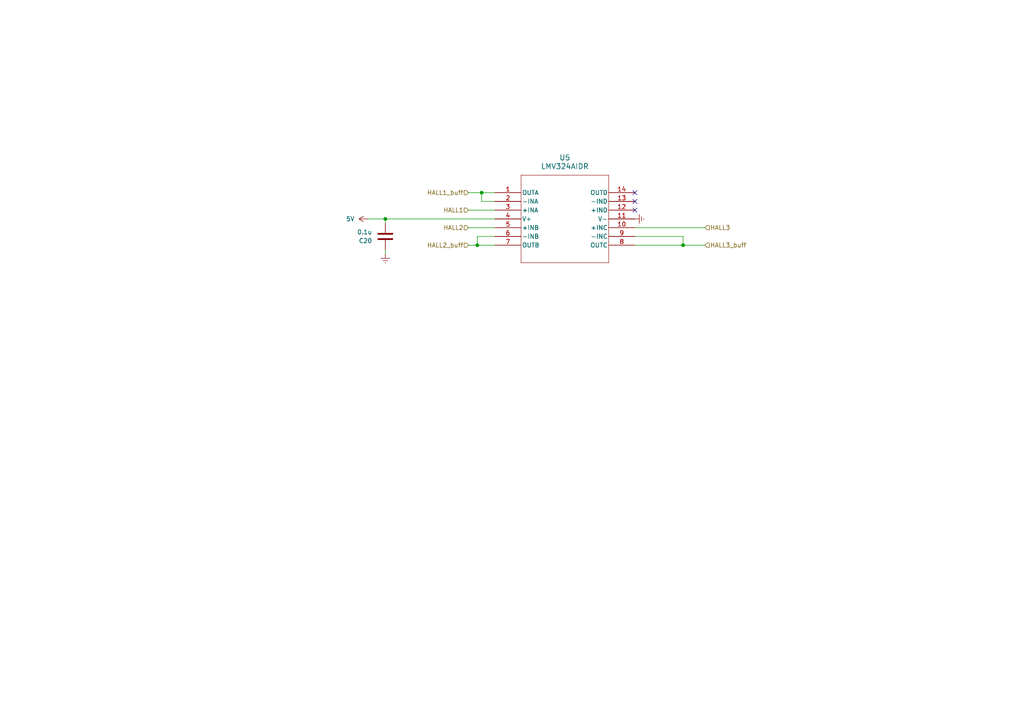
<source format=kicad_sch>
(kicad_sch (version 20250114) (generator "eeschema") (generator_version "9.0")
  (paper "A4")
  (lib_symbols
    (symbol "2025-03-29_21-50-59:LMV324AIDR" (pin_names (offset 0.254))
      (property "Reference" "U" (at 20.32 10.16 0))
      (property "Value" "LMV324AIDR" (at 20.32 7.62 0))
      (symbol "LMV324AIDR_0_1"
        (polyline (pts (xy 7.62 5.08) (xy 7.62 -20.32)) (stroke (width 0.127)))
        (polyline (pts (xy 7.62 -20.32) (xy 33.02 -20.32)) (stroke (width 0.127)))
        (polyline (pts (xy 33.02 5.08) (xy 7.62 5.08)) (stroke (width 0.127)))
        (polyline (pts (xy 33.02 -20.32) (xy 33.02 5.08)) (stroke (width 0.127)))
        (pin output line (at 0 0 0) (length 7.62) (name "OUTA") (number "1"))
        (pin input line (at 0 -2.54 0) (length 7.62) (name "-INA") (number "2"))
        (pin input line (at 0 -5.08 0) (length 7.62) (name "+INA") (number "3"))
        (pin power_in line (at 0 -7.62 0) (length 7.62) (name "V+") (number "4"))
        (pin input line (at 0 -10.16 0) (length 7.62) (name "+INB") (number "5"))
        (pin input line (at 0 -12.7 0) (length 7.62) (name "-INB") (number "6"))
        (pin output line (at 0 -15.24 0) (length 7.62) (name "OUTB") (number "7"))
        (pin output line (at 40.64 0 180) (length 7.62) (name "OUTD") (number "14"))
        (pin input line (at 40.64 -2.54 180) (length 7.62) (name "-IND") (number "13"))
        (pin input line (at 40.64 -5.08 180) (length 7.62) (name "+IND") (number "12"))
        (pin power_in line (at 40.64 -7.62 180) (length 7.62) (name "V-") (number "11"))
        (pin input line (at 40.64 -10.16 180) (length 7.62) (name "+INC") (number "10"))
        (pin input line (at 40.64 -12.7 180) (length 7.62) (name "-INC") (number "9"))
        (pin output line (at 40.64 -15.24 180) (length 7.62) (name "OUTC") (number "8"))
      )
    )
    (symbol "Device:C" (pin_numbers (hide yes)) (pin_names (offset 0.254))
      (property "Reference" "C" (at 0.635 2.54 0))
      (property "Value" "C" (at 0.635 -2.54 0))
      (symbol "C_0_1"
        (polyline (pts (xy -2.032 0.762) (xy 2.032 0.762)) (stroke (width 0.508)))
        (polyline (pts (xy -2.032 -0.762) (xy 2.032 -0.762)) (stroke (width 0.508)))
      )
      (symbol "C_1_1"
        (pin passive line (at 0 3.81 270) (length 2.794) (name "~") (number "1"))
        (pin passive line (at 0 -3.81 90) (length 2.794) (name "~") (number "2"))
      )
    )
    (symbol "power:+3V3" (power) (pin_names (offset 0))
      (property "Value" "+3V3" (at 0 3.556 0))
      (symbol "+3V3_0_1"
        (polyline (pts (xy -0.762 1.27) (xy 0 2.54)))
        (polyline (pts (xy 0 2.54) (xy 0.762 1.27)))
        (polyline (pts (xy 0 0) (xy 0 2.54)))
      )
      (symbol "+3V3_1_1"
        (pin power_in line (at 0 0 90) (length 0) (hide yes) (name "+3V3") (number "1"))
      )
    )
    (symbol "power:Earth" (power) (pin_names (offset 0))
      (symbol "Earth_0_1"
        (polyline (pts (xy -0.635 -1.905) (xy 0.635 -1.905)))
        (polyline (pts (xy -0.127 -2.54) (xy 0.127 -2.54)))
        (polyline (pts (xy 0 -1.27) (xy 0 0)))
        (polyline (pts (xy 1.27 -1.27) (xy -1.27 -1.27)))
      )
      (symbol "Earth_1_1"
        (pin power_in line (at 0 0 270) (length 0) (hide yes) (name "Earth") (number "1"))
      )
    )
  )
  (junction (at 198.12 71.12))
  (junction (at 111.76 63.5))
  (junction (at 139.7 55.88))
  (junction (at 138.43 71.12))
  (no_connect (at 184.15 55.88))
  (no_connect (at 184.15 58.42))
  (no_connect (at 184.15 60.96))
  (wire (pts (xy 198.12 68.58) (xy 198.12 71.12)))
  (wire (pts (xy 106.68 63.5) (xy 111.76 63.5)))
  (wire (pts (xy 135.89 66.04) (xy 143.51 66.04)))
  (wire (pts (xy 138.43 71.12) (xy 138.43 68.58)))
  (wire (pts (xy 111.76 63.5) (xy 111.76 64.77)))
  (wire (pts (xy 184.15 68.58) (xy 198.12 68.58)))
  (wire (pts (xy 139.7 55.88) (xy 139.7 58.42)))
  (wire (pts (xy 198.12 71.12) (xy 204.47 71.12)))
  (wire (pts (xy 135.89 71.12) (xy 138.43 71.12)))
  (wire (pts (xy 184.15 71.12) (xy 198.12 71.12)))
  (wire (pts (xy 139.7 55.88) (xy 143.51 55.88)))
  (wire (pts (xy 111.76 63.5) (xy 143.51 63.5)))
  (wire (pts (xy 138.43 71.12) (xy 143.51 71.12)))
  (wire (pts (xy 135.89 60.96) (xy 143.51 60.96)))
  (wire (pts (xy 111.76 72.39) (xy 111.76 73.66)))
  (wire (pts (xy 138.43 68.58) (xy 143.51 68.58)))
  (wire (pts (xy 135.89 55.88) (xy 139.7 55.88)))
  (wire (pts (xy 139.7 58.42) (xy 143.51 58.42)))
  (wire (pts (xy 204.47 66.04) (xy 184.15 66.04)))
  (hierarchical_label "HALL2_buff" (shape input) (at 135.89 71.12 180))
  (hierarchical_label "HALL1" (shape input) (at 135.89 60.96 180))
  (hierarchical_label "HALL1_buff" (shape input) (at 135.89 55.88 180))
  (hierarchical_label "HALL2" (shape input) (at 135.89 66.04 180))
  (hierarchical_label "HALL3_buff" (shape input) (at 204.47 71.12 0))
  (hierarchical_label "HALL3" (shape input) (at 204.47 66.04 0))
  (symbol (lib_id "power:Earth") (at 111.76 73.66 0) (unit 1)
    (property "Reference" "#PWR063" (effects (hide yes)))
    (property "Value" "Earth" (effects (hide yes)))
  )
  (symbol (lib_id "2025-03-29_21-50-59:LMV324AIDR") (at 143.51 55.88 0) (unit 1)
    (property "Reference" "U5" (at 163.83 45.72 0) (effects (font (size 1.524 1.524))))
    (property "Value" "LMV324AIDR" (at 163.83 48.26 0) (effects (font (size 1.524 1.524))))
    (property "Footprint" "LMV324AIDR:D14_TEX" (effects (hide yes)))
    (property "Datasheet" "LMV324AIDR" (effects (hide yes)))
  )
  (symbol (lib_id "power:+3V3") (at 106.68 63.5 90) (unit 1)
    (property "Reference" "#PWR061" (effects (hide yes)))
    (property "Value" "5V" (at 102.87 63.4999 90) (effects (justify left)))
  )
  (symbol (lib_id "power:Earth") (at 184.15 63.5 90) (unit 1)
    (property "Reference" "#PWR062" (effects (hide yes)))
    (property "Value" "Earth" (effects (hide yes)))
  )
  (symbol (lib_id "Device:C") (at 111.76 68.58 180) (unit 1)
    (property "Reference" "C20" (at 107.95 69.8501 0) (effects (justify left)))
    (property "Value" "0.1u" (at 107.95 67.3101 0) (effects (justify left)))
    (property "Footprint" "Capacitor_SMD:C_0603_1608Metric_Pad1.08x0.95mm_HandSolder" (effects (hide yes)))
    (property "Description" "Unpolarized capacitor" (effects (hide yes)))
  )
)
</source>
